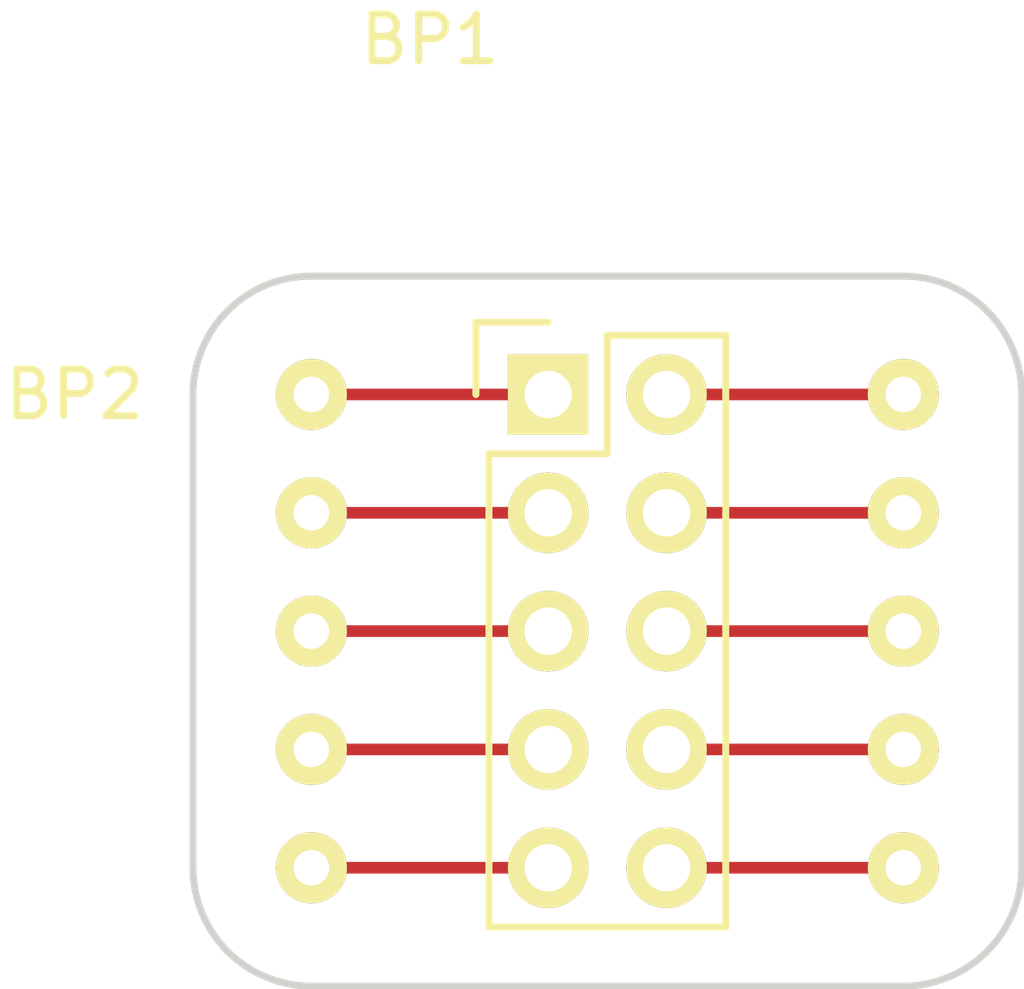
<source format=kicad_pcb>
(kicad_pcb (version 4) (host pcbnew 4.0.2-1.fc23-product)

  (general
    (links 10)
    (no_connects 0)
    (area 0 0 0 0)
    (thickness 1.6)
    (drawings 8)
    (tracks 10)
    (zones 0)
    (modules 2)
    (nets 11)
  )

  (page A4)
  (layers
    (0 F.Cu signal)
    (31 B.Cu signal)
    (32 B.Adhes user hide)
    (33 F.Adhes user hide)
    (34 B.Paste user hide)
    (35 F.Paste user hide)
    (36 B.SilkS user)
    (37 F.SilkS user)
    (38 B.Mask user)
    (39 F.Mask user)
    (40 Dwgs.User user hide)
    (41 Cmts.User user hide)
    (42 Eco1.User user hide)
    (43 Eco2.User user hide)
    (44 Edge.Cuts user)
    (45 Margin user hide)
    (46 B.CrtYd user hide)
    (47 F.CrtYd user hide)
    (48 B.Fab user hide)
    (49 F.Fab user hide)
  )

  (setup
    (last_trace_width 0.25)
    (trace_clearance 0.2)
    (zone_clearance 0.508)
    (zone_45_only no)
    (trace_min 0.2)
    (segment_width 0.2)
    (edge_width 0.15)
    (via_size 0.6)
    (via_drill 0.4)
    (via_min_size 0.4)
    (via_min_drill 0.3)
    (uvia_size 0.3)
    (uvia_drill 0.1)
    (uvias_allowed no)
    (uvia_min_size 0.2)
    (uvia_min_drill 0.1)
    (pcb_text_width 0.3)
    (pcb_text_size 1.5 1.5)
    (mod_edge_width 0.15)
    (mod_text_size 1 1)
    (mod_text_width 0.15)
    (pad_size 1.524 1.524)
    (pad_drill 0.762)
    (pad_to_mask_clearance 0.2)
    (aux_axis_origin 0 0)
    (visible_elements FFFFFF7F)
    (pcbplotparams
      (layerselection 0x00030_80000001)
      (usegerberextensions false)
      (excludeedgelayer true)
      (linewidth 0.100000)
      (plotframeref false)
      (viasonmask false)
      (mode 1)
      (useauxorigin false)
      (hpglpennumber 1)
      (hpglpenspeed 20)
      (hpglpendiameter 15)
      (hpglpenoverlay 2)
      (psnegative false)
      (psa4output false)
      (plotreference true)
      (plotvalue true)
      (plotinvisibletext false)
      (padsonsilk false)
      (subtractmaskfromsilk false)
      (outputformat 1)
      (mirror false)
      (drillshape 1)
      (scaleselection 1)
      (outputdirectory ""))
  )

  (net 0 "")
  (net 1 "Net-(BP1-Pad1)")
  (net 2 "Net-(BP1-Pad2)")
  (net 3 "Net-(BP1-Pad3)")
  (net 4 "Net-(BP1-Pad4)")
  (net 5 "Net-(BP1-Pad5)")
  (net 6 "Net-(BP1-Pad6)")
  (net 7 "Net-(BP1-Pad7)")
  (net 8 "Net-(BP1-Pad8)")
  (net 9 "Net-(BP1-Pad9)")
  (net 10 "Net-(BP1-Pad10)")

  (net_class Default "This is the default net class."
    (clearance 0.2)
    (trace_width 0.25)
    (via_dia 0.6)
    (via_drill 0.4)
    (uvia_dia 0.3)
    (uvia_drill 0.1)
    (add_net "Net-(BP1-Pad1)")
    (add_net "Net-(BP1-Pad10)")
    (add_net "Net-(BP1-Pad2)")
    (add_net "Net-(BP1-Pad3)")
    (add_net "Net-(BP1-Pad4)")
    (add_net "Net-(BP1-Pad5)")
    (add_net "Net-(BP1-Pad6)")
    (add_net "Net-(BP1-Pad7)")
    (add_net "Net-(BP1-Pad8)")
    (add_net "Net-(BP1-Pad9)")
  )

  (module Pin_Headers:Pin_Header_Straight_2x05 (layer F.Cu) (tedit 5724E330) (tstamp 5726A808)
    (at 152.4 104.14)
    (descr "Through hole pin header")
    (tags "pin header")
    (path /5724D57D)
    (fp_text reference BP1 (at -2.54 -7.62) (layer F.SilkS)
      (effects (font (size 1 1) (thickness 0.15)))
    )
    (fp_text value BusPirate (at 0 -5.08) (layer F.Fab)
      (effects (font (size 1 1) (thickness 0.15)))
    )
    (fp_line (start -1.75 -1.75) (end -1.75 11.95) (layer F.CrtYd) (width 0.05))
    (fp_line (start 4.3 -1.75) (end 4.3 11.95) (layer F.CrtYd) (width 0.05))
    (fp_line (start -1.75 -1.75) (end 4.3 -1.75) (layer F.CrtYd) (width 0.05))
    (fp_line (start -1.75 11.95) (end 4.3 11.95) (layer F.CrtYd) (width 0.05))
    (fp_line (start 3.81 -1.27) (end 3.81 11.43) (layer F.SilkS) (width 0.15))
    (fp_line (start 3.81 11.43) (end -1.27 11.43) (layer F.SilkS) (width 0.15))
    (fp_line (start -1.27 11.43) (end -1.27 1.27) (layer F.SilkS) (width 0.15))
    (fp_line (start 3.81 -1.27) (end 1.27 -1.27) (layer F.SilkS) (width 0.15))
    (fp_line (start 0 -1.55) (end -1.55 -1.55) (layer F.SilkS) (width 0.15))
    (fp_line (start 1.27 -1.27) (end 1.27 1.27) (layer F.SilkS) (width 0.15))
    (fp_line (start 1.27 1.27) (end -1.27 1.27) (layer F.SilkS) (width 0.15))
    (fp_line (start -1.55 -1.55) (end -1.55 0) (layer F.SilkS) (width 0.15))
    (pad 1 thru_hole rect (at 0 0) (size 1.7272 1.7272) (drill 1.016) (layers *.Cu *.Mask F.SilkS)
      (net 1 "Net-(BP1-Pad1)"))
    (pad 2 thru_hole oval (at 2.54 0) (size 1.7272 1.7272) (drill 1.016) (layers *.Cu *.Mask F.SilkS)
      (net 2 "Net-(BP1-Pad2)"))
    (pad 3 thru_hole oval (at 0 2.54) (size 1.7272 1.7272) (drill 1.016) (layers *.Cu *.Mask F.SilkS)
      (net 3 "Net-(BP1-Pad3)"))
    (pad 4 thru_hole oval (at 2.54 2.54) (size 1.7272 1.7272) (drill 1.016) (layers *.Cu *.Mask F.SilkS)
      (net 4 "Net-(BP1-Pad4)"))
    (pad 5 thru_hole oval (at 0 5.08) (size 1.7272 1.7272) (drill 1.016) (layers *.Cu *.Mask F.SilkS)
      (net 5 "Net-(BP1-Pad5)"))
    (pad 6 thru_hole oval (at 2.54 5.08) (size 1.7272 1.7272) (drill 1.016) (layers *.Cu *.Mask F.SilkS)
      (net 6 "Net-(BP1-Pad6)"))
    (pad 7 thru_hole oval (at 0 7.62) (size 1.7272 1.7272) (drill 1.016) (layers *.Cu *.Mask F.SilkS)
      (net 7 "Net-(BP1-Pad7)"))
    (pad 8 thru_hole oval (at 2.54 7.62) (size 1.7272 1.7272) (drill 1.016) (layers *.Cu *.Mask F.SilkS)
      (net 8 "Net-(BP1-Pad8)"))
    (pad 9 thru_hole oval (at 0 10.16) (size 1.7272 1.7272) (drill 1.016) (layers *.Cu *.Mask F.SilkS)
      (net 9 "Net-(BP1-Pad9)"))
    (pad 10 thru_hole oval (at 2.54 10.16) (size 1.7272 1.7272) (drill 1.016) (layers *.Cu *.Mask F.SilkS)
      (net 10 "Net-(BP1-Pad10)"))
    (model Pin_Headers.3dshapes/Pin_Header_Straight_2x05.wrl
      (at (xyz 0.05 -0.2 0))
      (scale (xyz 1 1 1))
      (rotate (xyz 0 0 90))
    )
  )

  (module breadboard-connector:breadboard-connector_2x5 (layer F.Cu) (tedit 5724E323) (tstamp 5726A816)
    (at 147.32 104.14)
    (path /5724D612)
    (fp_text reference BP2 (at -5.08 0) (layer F.SilkS)
      (effects (font (size 1 1) (thickness 0.15)))
    )
    (fp_text value BusPirate (at -7.62 2.54) (layer F.Fab)
      (effects (font (size 1 1) (thickness 0.15)))
    )
    (pad 1 thru_hole circle (at 0 0) (size 1.524 1.524) (drill 0.762) (layers *.Cu *.Mask F.SilkS)
      (net 1 "Net-(BP1-Pad1)"))
    (pad 2 thru_hole circle (at 12.7 0) (size 1.524 1.524) (drill 0.762) (layers *.Cu *.Mask F.SilkS)
      (net 2 "Net-(BP1-Pad2)"))
    (pad 3 thru_hole circle (at 0 2.54) (size 1.524 1.524) (drill 0.762) (layers *.Cu *.Mask F.SilkS)
      (net 3 "Net-(BP1-Pad3)"))
    (pad 4 thru_hole circle (at 12.7 2.54) (size 1.524 1.524) (drill 0.762) (layers *.Cu *.Mask F.SilkS)
      (net 4 "Net-(BP1-Pad4)"))
    (pad 5 thru_hole circle (at 0 5.08) (size 1.524 1.524) (drill 0.762) (layers *.Cu *.Mask F.SilkS)
      (net 5 "Net-(BP1-Pad5)"))
    (pad 6 thru_hole circle (at 12.7 5.08) (size 1.524 1.524) (drill 0.762) (layers *.Cu *.Mask F.SilkS)
      (net 6 "Net-(BP1-Pad6)"))
    (pad 7 thru_hole circle (at 0 7.62) (size 1.524 1.524) (drill 0.762) (layers *.Cu *.Mask F.SilkS)
      (net 7 "Net-(BP1-Pad7)"))
    (pad 8 thru_hole circle (at 12.7 7.62) (size 1.524 1.524) (drill 0.762) (layers *.Cu *.Mask F.SilkS)
      (net 8 "Net-(BP1-Pad8)"))
    (pad 9 thru_hole circle (at 0 10.16) (size 1.524 1.524) (drill 0.762) (layers *.Cu *.Mask F.SilkS)
      (net 9 "Net-(BP1-Pad9)"))
    (pad 10 thru_hole circle (at 12.7 10.16) (size 1.524 1.524) (drill 0.762) (layers *.Cu *.Mask F.SilkS)
      (net 10 "Net-(BP1-Pad10)"))
  )

  (gr_arc (start 160.02 114.3) (end 162.56 114.3) (angle 90) (layer Edge.Cuts) (width 0.15))
  (gr_arc (start 147.32 114.3) (end 147.32 116.84) (angle 90) (layer Edge.Cuts) (width 0.15))
  (gr_arc (start 147.32 104.14) (end 144.78 104.14) (angle 90) (layer Edge.Cuts) (width 0.15))
  (gr_arc (start 160.02 104.14) (end 160.02 101.6) (angle 90) (layer Edge.Cuts) (width 0.15))
  (gr_line (start 160.02 101.6) (end 147.32 101.6) (angle 90) (layer Edge.Cuts) (width 0.15))
  (gr_line (start 162.56 114.3) (end 162.56 104.14) (angle 90) (layer Edge.Cuts) (width 0.15))
  (gr_line (start 147.32 116.84) (end 160.02 116.84) (angle 90) (layer Edge.Cuts) (width 0.15))
  (gr_line (start 144.78 104.14) (end 144.78 114.3) (angle 90) (layer Edge.Cuts) (width 0.15))

  (segment (start 147.32 104.14) (end 152.4 104.14) (width 0.25) (layer F.Cu) (net 1) (status C00000))
  (segment (start 160.02 104.14) (end 154.94 104.14) (width 0.25) (layer F.Cu) (net 2) (status C00000))
  (segment (start 147.32 106.68) (end 152.4 106.68) (width 0.25) (layer F.Cu) (net 3) (status C00000))
  (segment (start 154.94 106.68) (end 160.02 106.68) (width 0.25) (layer F.Cu) (net 4) (status C00000))
  (segment (start 147.32 109.22) (end 152.4 109.22) (width 0.25) (layer F.Cu) (net 5) (status C00000))
  (segment (start 160.02 109.22) (end 154.94 109.22) (width 0.25) (layer F.Cu) (net 6) (status C00000))
  (segment (start 147.32 111.76) (end 152.4 111.76) (width 0.25) (layer F.Cu) (net 7) (status C00000))
  (segment (start 154.94 111.76) (end 160.02 111.76) (width 0.25) (layer F.Cu) (net 8) (status C00000))
  (segment (start 147.32 114.3) (end 152.4 114.3) (width 0.25) (layer F.Cu) (net 9) (status C00000))
  (segment (start 154.94 114.3) (end 160.02 114.3) (width 0.25) (layer F.Cu) (net 10) (status C00000))

)

</source>
